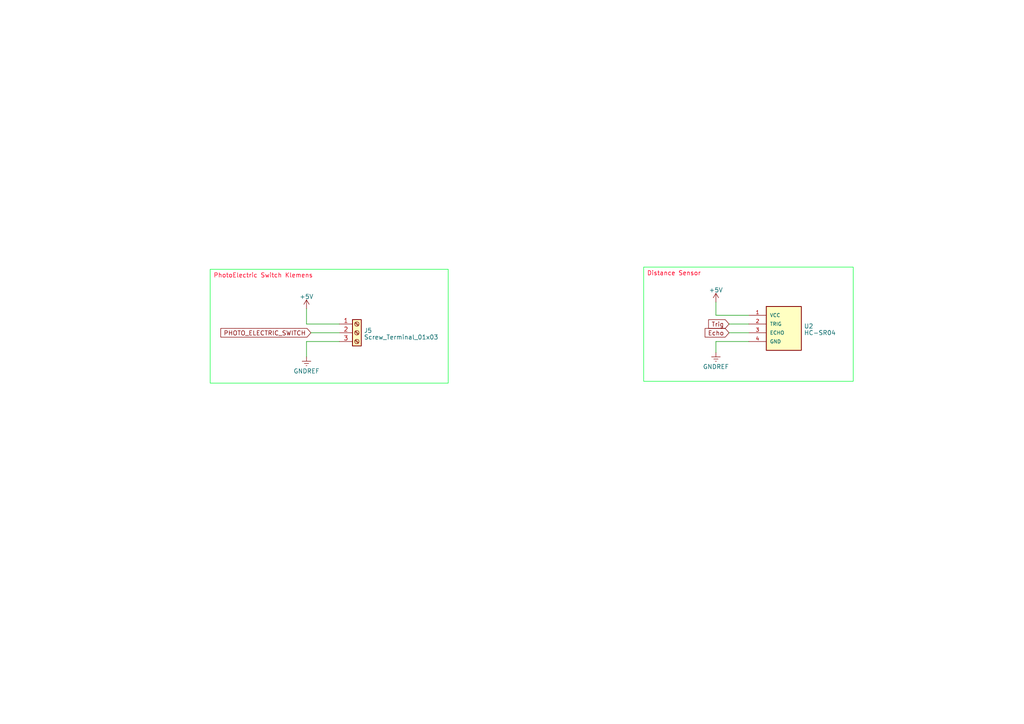
<source format=kicad_sch>
(kicad_sch (version 20230121) (generator eeschema)
  (paper "A4")
  (lib_symbols
    (symbol "Connector:Screw_Terminal_01x03" (pin_names (offset 1.016) hide)
      (property "Reference" "J" (at 0 5.08 0))
      (property "Value" "Screw_Terminal_01x03" (at 0 -5.08 0))
      (symbol "Screw_Terminal_01x03_1_1"
        (rectangle (start -1.27 3.81) (end 1.27 -3.81) (stroke (width 0.254)) (fill (type background)))
        (circle (center 0 -2.54) (radius 0.635) (stroke (width 0.1524)))
        (polyline (pts (xy -0.5334 -2.2098) (xy 0.3302 -3.048)) (stroke (width 0.1524)))
        (polyline (pts (xy -0.5334 0.3302) (xy 0.3302 -0.508)) (stroke (width 0.1524)))
        (polyline (pts (xy -0.5334 2.8702) (xy 0.3302 2.032)) (stroke (width 0.1524)))
        (polyline (pts (xy -0.3556 -2.032) (xy 0.508 -2.8702)) (stroke (width 0.1524)))
        (polyline (pts (xy -0.3556 0.508) (xy 0.508 -0.3302)) (stroke (width 0.1524)))
        (polyline (pts (xy -0.3556 3.048) (xy 0.508 2.2098)) (stroke (width 0.1524)))
        (circle (center 0 0) (radius 0.635) (stroke (width 0.1524)))
        (circle (center 0 2.54) (radius 0.635) (stroke (width 0.1524)))
        (pin passive line (at -5.08 2.54 0) (length 3.81) (name "Pin_1") (number "1"))
        (pin passive line (at -5.08 0 0) (length 3.81) (name "Pin_2") (number "2"))
        (pin passive line (at -5.08 -2.54 0) (length 3.81) (name "Pin_3") (number "3"))
      )
    )
    (symbol "New_Library:HC-SR04" (pin_names (offset 1.016))
      (property "Reference" "U?" (at 0 5.0813 0))
      (property "Value" "HC-SR04" (at 0 -10.163 0))
      (symbol "HC-SR04_0_0"
        (rectangle (start 0 5.08) (end 10.16 -7.62) (stroke (width 0.254)) (fill (type background)))
        (pin power_in line (at -5.08 2.54 0) (length 5.08) (name "VCC") (number "1"))
        (pin bidirectional line (at -5.08 0 0) (length 5.08) (name "TRIG") (number "2"))
        (pin bidirectional line (at -5.08 -2.54 0) (length 5.08) (name "ECHO") (number "3"))
        (pin power_in line (at -5.08 -5.08 0) (length 5.08) (name "GND") (number "4"))
      )
    )
    (symbol "power:+5V" (power) (pin_names (offset 0))
      (property "Value" "+5V" (at 0 3.556 0))
      (symbol "+5V_0_1"
        (polyline (pts (xy -0.762 1.27) (xy 0 2.54)))
        (polyline (pts (xy 0 0) (xy 0 2.54)))
        (polyline (pts (xy 0 2.54) (xy 0.762 1.27)))
      )
      (symbol "+5V_1_1"
        (pin power_in line (at 0 0 90) (length 0) hide (name "+5V") (number "1"))
      )
    )
    (symbol "power:GNDREF" (power) (pin_names (offset 0))
      (property "Value" "GNDREF" (at 0 -3.81 0))
      (symbol "GNDREF_0_1"
        (polyline (pts (xy -0.635 -1.905) (xy 0.635 -1.905)))
        (polyline (pts (xy -0.127 -2.54) (xy 0.127 -2.54)))
        (polyline (pts (xy 0 -1.27) (xy 0 0)))
        (polyline (pts (xy 1.27 -1.27) (xy -1.27 -1.27)))
      )
      (symbol "GNDREF_1_1"
        (pin power_in line (at 0 0 270) (length 0) hide (name "GNDREF") (number "1"))
      )
    )
  )
  (wire (pts (xy 211.455 93.98) (xy 217.17 93.98)))
  (wire (pts (xy 217.17 99.06) (xy 207.645 99.06)))
  (wire (pts (xy 98.425 99.06) (xy 88.9 99.06)))
  (wire (pts (xy 207.645 87.63) (xy 207.645 91.44)))
  (wire (pts (xy 211.455 96.52) (xy 217.17 96.52)))
  (wire (pts (xy 207.645 99.06) (xy 207.645 102.235)))
  (wire (pts (xy 88.9 93.98) (xy 88.9 89.535)))
  (wire (pts (xy 98.425 93.98) (xy 88.9 93.98)))
  (wire (pts (xy 90.17 96.52) (xy 98.425 96.52)))
  (wire (pts (xy 88.9 99.06) (xy 88.9 103.505)))
  (wire (pts (xy 207.645 91.44) (xy 217.17 91.44)))
  (text_box "PhotoElectric Switch Klemens\n" (at 60.96 78.105 0) (size 69.0372 33.02) (stroke (width 0) (color 0 255 52 1)) (effects (font (size 1.27 1.27)) (justify left top)))
  (text_box "Distance Sensor\n\n" (at 186.69 77.47 0) (size 60.7822 33.1216) (stroke (width 0) (color 0 255 52 1)) (effects (font (size 1.27 1.27)) (justify left top)))
  (global_label "PHOTO_ELECTRIC_SWITCH" (shape input) (at 90.17 96.52 180) (property "Intersheetrefs" "${INTERSHEET_REFS}" (effects hide)))
  (global_label "Trig" (shape input) (at 211.455 93.98 180) (property "Intersheetrefs" "${INTERSHEET_REFS}" (effects hide)))
  (global_label "Echo" (shape input) (at 211.455 96.52 180) (property "Intersheetrefs" "${INTERSHEET_REFS}" (effects hide)))
  (symbol (lib_id "Connector:Screw_Terminal_01x03") (at 103.505 96.52 0) (unit 1)
    (property "Reference" "J5" (at 105.537 95.8763 0) (effects (justify left)))
    (property "Value" "Screw_Terminal_01x03" (at 105.537 97.7973 0) (effects (justify left)))
    (property "Footprint" "TerminalBlock_Phoenix:TerminalBlock_Phoenix_MKDS-1,5-3-5.08_1x03_P5.08mm_Horizontal" (effects hide))
  )
  (symbol (lib_id "power:+5V") (at 207.645 87.63 0) (unit 1)
    (property "Reference" "#PWR024" (effects hide))
    (property "Value" "+5V" (at 207.645 84.1281 0))
  )
  (symbol (lib_id "power:+5V") (at 88.9 89.535 0) (unit 1)
    (property "Reference" "#PWR027" (effects hide))
    (property "Value" "+5V" (at 88.9 86.0331 0))
  )
  (symbol (lib_id "power:GNDREF") (at 207.645 102.235 0) (unit 1)
    (property "Reference" "#PWR02" (effects hide))
    (property "Value" "GNDREF" (at 207.645 106.3705 0))
    (instances (project "Sistem_Tasarim" (path "" (reference "#PWR02") (unit 1)) (path "" (reference "#PWR02") (unit 1)) (path "" (reference "#PWR025") (unit 1))))
  )
  (symbol (lib_id "power:GNDREF") (at 88.9 103.505 0) (unit 1)
    (property "Reference" "#PWR02" (effects hide))
    (property "Value" "GNDREF" (at 88.9 107.6405 0))
    (instances (project "Sistem_Tasarim" (path "" (reference "#PWR02") (unit 1)) (path "" (reference "#PWR02") (unit 1)) (path "" (reference "#PWR026") (unit 1))))
  )
  (symbol (lib_id "New_Library:HC-SR04") (at 222.25 93.98 0) (unit 1)
    (property "Reference" "U2" (at 233.172 94.6063 0) (effects (justify left)))
    (property "Value" "HC-SR04" (at 233.172 96.5273 0) (effects (justify left)))
    (property "Footprint" "User_Footprint:HC-SR04" (effects hide))
    (property "MANUFACTURER" "Osepp" (effects hide))
  )
)
</source>
